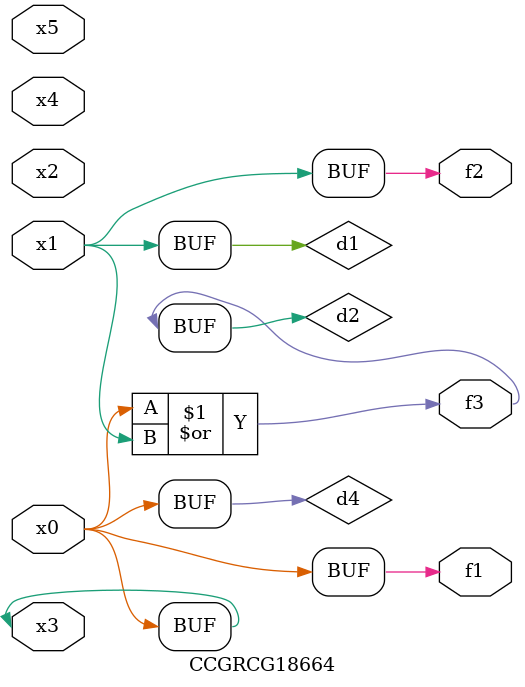
<source format=v>
module CCGRCG18664(
	input x0, x1, x2, x3, x4, x5,
	output f1, f2, f3
);

	wire d1, d2, d3, d4;

	and (d1, x1);
	or (d2, x0, x1);
	nand (d3, x0, x5);
	buf (d4, x0, x3);
	assign f1 = d4;
	assign f2 = d1;
	assign f3 = d2;
endmodule

</source>
